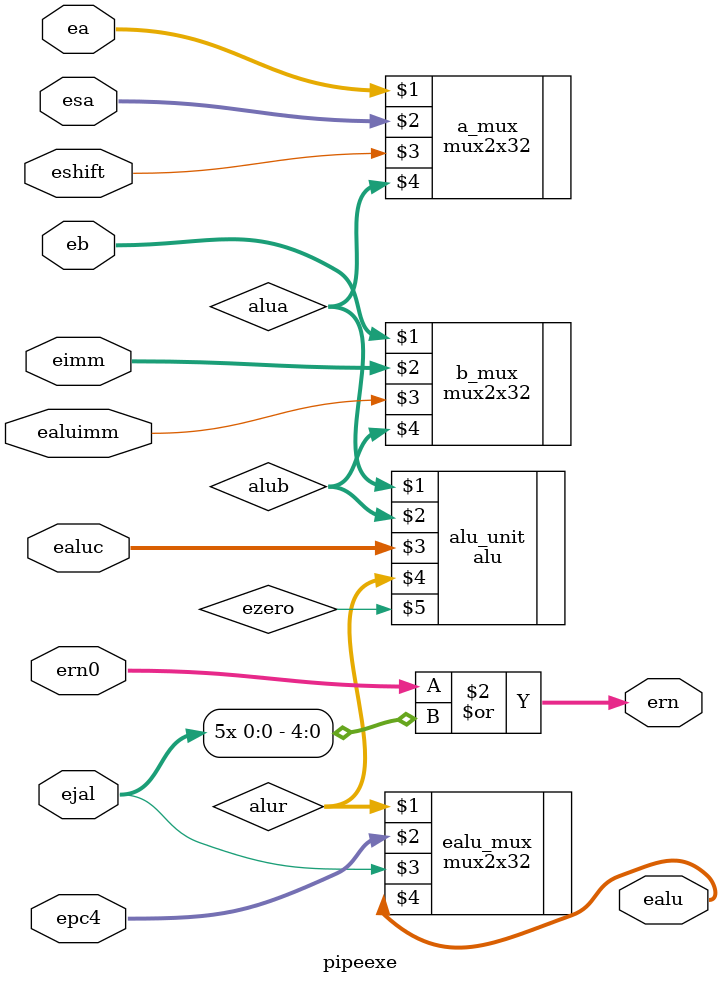
<source format=v>
module pipeexe(ealuc,ealuimm,ea,eb,eimm,esa,eshift,ern0,
				epc4,ejal,ern,ealu,/*ezero,ert,wrn,wdi,malu,wwreg*/);
	input  [3:0]  ealuc;
	input  [31:0] ea, eb, eimm, epc4,esa;
	input  [4:0]  ern0;
	input  		  ealuimm, eshift, ejal;
	
	output [31:0] ealu;
	output [4:0]  ern;
	
	wire   [31:0] alua, alub, alur;
	wire   [31:0] epc8 = epc4 + 4;
	wire   [4:0]  ern = ern0 | {5{ejal}};
	wire          ezero;
	
	mux2x32 a_mux( ea, esa, eshift, alua );//alu两个计算数的来源
	mux2x32 b_mux( eb, eimm, ealuimm, alub );
	
	alu     alu_unit( alua, alub, ealuc, alur, ezero);  // alu模块
	
	mux2x32 ealu_mux( alur, epc4, ejal, ealu );//判断ealu是pc+4(jal)还是alu的计算结果，没有延迟槽
	  
endmodule
	

</source>
